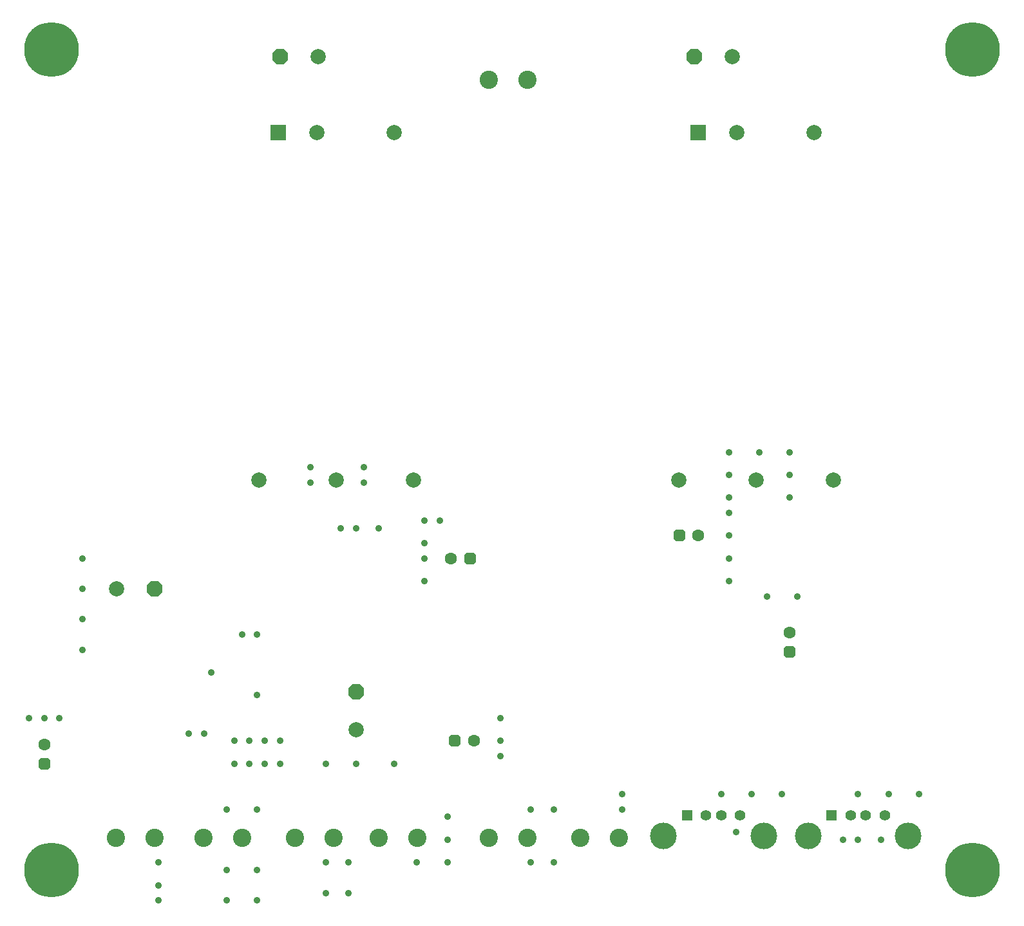
<source format=gbr>
%TF.GenerationSoftware,Altium Limited,Altium Designer,22.4.2 (48)*%
G04 Layer_Color=16711935*
%FSLAX45Y45*%
%MOMM*%
%TF.SameCoordinates,24D30104-F170-4498-80AD-2BAA9A99EF50*%
%TF.FilePolarity,Negative*%
%TF.FileFunction,Soldermask,Bot*%
%TF.Part,Single*%
G01*
G75*
%TA.AperFunction,ComponentPad*%
%ADD20C,3.50000*%
%ADD21R,1.42000X1.42000*%
%ADD22C,1.42000*%
%ADD41C,2.40320*%
%ADD42C,1.60320*%
G04:AMPARAMS|DCode=43|XSize=1.6032mm|YSize=1.6032mm|CornerRadius=0mm|HoleSize=0mm|Usage=FLASHONLY|Rotation=0.000|XOffset=0mm|YOffset=0mm|HoleType=Round|Shape=Octagon|*
%AMOCTAGOND43*
4,1,8,0.80160,-0.40080,0.80160,0.40080,0.40080,0.80160,-0.40080,0.80160,-0.80160,0.40080,-0.80160,-0.40080,-0.40080,-0.80160,0.40080,-0.80160,0.80160,-0.40080,0.0*
%
%ADD43OCTAGOND43*%

G04:AMPARAMS|DCode=44|XSize=1.6032mm|YSize=1.6032mm|CornerRadius=0mm|HoleSize=0mm|Usage=FLASHONLY|Rotation=90.000|XOffset=0mm|YOffset=0mm|HoleType=Round|Shape=Octagon|*
%AMOCTAGOND44*
4,1,8,0.40080,0.80160,-0.40080,0.80160,-0.80160,0.40080,-0.80160,-0.40080,-0.40080,-0.80160,0.40080,-0.80160,0.80160,-0.40080,0.80160,0.40080,0.40080,0.80160,0.0*
%
%ADD44OCTAGOND44*%

%ADD45C,2.00320*%
G04:AMPARAMS|DCode=46|XSize=2.0032mm|YSize=2.0032mm|CornerRadius=0mm|HoleSize=0mm|Usage=FLASHONLY|Rotation=0.000|XOffset=0mm|YOffset=0mm|HoleType=Round|Shape=Octagon|*
%AMOCTAGOND46*
4,1,8,1.00160,-0.50080,1.00160,0.50080,0.50080,1.00160,-0.50080,1.00160,-1.00160,0.50080,-1.00160,-0.50080,-0.50080,-1.00160,0.50080,-1.00160,1.00160,-0.50080,0.0*
%
%ADD46OCTAGOND46*%

%TA.AperFunction,ViaPad*%
%ADD47C,7.20320*%
%TA.AperFunction,ComponentPad*%
G04:AMPARAMS|DCode=48|XSize=2.0032mm|YSize=2.0032mm|CornerRadius=0mm|HoleSize=0mm|Usage=FLASHONLY|Rotation=270.000|XOffset=0mm|YOffset=0mm|HoleType=Round|Shape=Octagon|*
%AMOCTAGOND48*
4,1,8,-0.50080,-1.00160,0.50080,-1.00160,1.00160,-0.50080,1.00160,0.50080,0.50080,1.00160,-0.50080,1.00160,-1.00160,0.50080,-1.00160,-0.50080,-0.50080,-1.00160,0.0*
%
%ADD48OCTAGOND48*%

%ADD49R,2.00320X2.00320*%
%TA.AperFunction,ViaPad*%
%ADD50C,0.90320*%
D20*
X8643000Y1048000D02*
D03*
X9957000D02*
D03*
X10543000D02*
D03*
X11857000D02*
D03*
D21*
X8950000Y1319000D02*
D03*
X10850000D02*
D03*
D22*
X9200000D02*
D03*
X9400000D02*
D03*
X9650000D02*
D03*
X11100000D02*
D03*
X11300000D02*
D03*
X11550000D02*
D03*
D41*
X6854000Y1021000D02*
D03*
X6346000D02*
D03*
X5408000D02*
D03*
X4900000D02*
D03*
X4308000D02*
D03*
X3800000D02*
D03*
X3100000D02*
D03*
X2592000D02*
D03*
X1954000D02*
D03*
X1446000D02*
D03*
X8054000D02*
D03*
X7546000D02*
D03*
X6346000Y11000000D02*
D03*
X6854000D02*
D03*
D42*
X9100000Y5000000D02*
D03*
X10300000Y3725000D02*
D03*
X6150000Y2300000D02*
D03*
X500000Y2250000D02*
D03*
X5850000Y4700000D02*
D03*
D43*
X8850000Y5000000D02*
D03*
X5900000Y2300000D02*
D03*
X6100000Y4700000D02*
D03*
D44*
X10300000Y3475000D02*
D03*
X500000Y2000000D02*
D03*
D45*
X4100000Y11300000D02*
D03*
X9550000D02*
D03*
X1450000Y4300000D02*
D03*
X4600000Y2450000D02*
D03*
X10878000Y5728000D02*
D03*
X9862000D02*
D03*
X8846000D02*
D03*
X10624000Y10300000D02*
D03*
X9608000D02*
D03*
X4084000D02*
D03*
X5100000D02*
D03*
X3322000Y5728000D02*
D03*
X4338000D02*
D03*
X5354000D02*
D03*
D46*
X3600000Y11300000D02*
D03*
X9050000D02*
D03*
X1950000Y4300000D02*
D03*
D47*
X600000Y600000D02*
D03*
Y11400000D02*
D03*
X12700000Y600000D02*
D03*
Y11400000D02*
D03*
D48*
X4600000Y2950000D02*
D03*
D49*
X9100000Y10300000D02*
D03*
X3576000D02*
D03*
D50*
X10200000Y1600000D02*
D03*
X12000000D02*
D03*
X11600000D02*
D03*
X11200000D02*
D03*
X11500000Y1000000D02*
D03*
X11200000D02*
D03*
X11000000D02*
D03*
X2000000Y200000D02*
D03*
Y400000D02*
D03*
Y700000D02*
D03*
X3300000Y1400000D02*
D03*
X2900000D02*
D03*
Y200000D02*
D03*
X3300000D02*
D03*
Y600000D02*
D03*
X2900000D02*
D03*
X4200000Y300000D02*
D03*
X4500000D02*
D03*
Y700000D02*
D03*
X4200000D02*
D03*
X5400000D02*
D03*
X5800000D02*
D03*
Y1000000D02*
D03*
Y1300000D02*
D03*
X7200000Y700000D02*
D03*
X6900000D02*
D03*
X7200000Y1400000D02*
D03*
X6900000D02*
D03*
X8100000Y1600000D02*
D03*
Y1400000D02*
D03*
X9800000Y1600000D02*
D03*
X9400000D02*
D03*
X9600000Y1100000D02*
D03*
X10400000Y4200000D02*
D03*
X10000000D02*
D03*
X9500000Y4400000D02*
D03*
Y4700000D02*
D03*
Y5000000D02*
D03*
Y5300000D02*
D03*
X10300000Y5500000D02*
D03*
Y5800000D02*
D03*
Y6100000D02*
D03*
X9900000D02*
D03*
X9500000D02*
D03*
Y5800000D02*
D03*
Y5500000D02*
D03*
X4900000Y5100000D02*
D03*
X4400000D02*
D03*
X5500000Y4900000D02*
D03*
Y4400000D02*
D03*
X6500000Y2600000D02*
D03*
Y2300000D02*
D03*
Y2100000D02*
D03*
X5100000Y2000000D02*
D03*
X4600000D02*
D03*
X4200000D02*
D03*
X2700000Y3200000D02*
D03*
X3100000Y3700000D02*
D03*
X3300000D02*
D03*
Y2900000D02*
D03*
X2600000Y2400000D02*
D03*
X2400000D02*
D03*
X700000Y2600000D02*
D03*
X300000D02*
D03*
X500000D02*
D03*
X1000000Y3500000D02*
D03*
Y4700000D02*
D03*
Y4300000D02*
D03*
Y3900000D02*
D03*
X4700000Y5700000D02*
D03*
Y5900000D02*
D03*
X4000000D02*
D03*
Y5700000D02*
D03*
X5500000Y5200000D02*
D03*
X5700000D02*
D03*
X5500000Y4700000D02*
D03*
X4600000Y5100000D02*
D03*
X3000000Y2000000D02*
D03*
X3200000D02*
D03*
X3400000D02*
D03*
X3600000D02*
D03*
Y2300000D02*
D03*
X3400000D02*
D03*
X3200000D02*
D03*
X3000000D02*
D03*
%TF.MD5,ee2562f3fe703ede46c2c73fa89fc405*%
M02*

</source>
